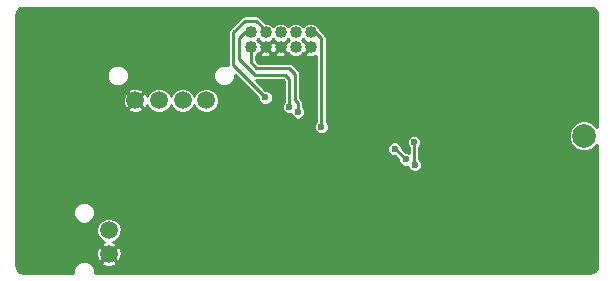
<source format=gbl>
G04 #@! TF.FileFunction,Copper,L2,Bot,Signal*
%FSLAX46Y46*%
G04 Gerber Fmt 4.6, Leading zero omitted, Abs format (unit mm)*
G04 Created by KiCad (PCBNEW 0.201508100901+6080~28~ubuntu14.04.1-product) date Sun 08 Nov 2015 01:10:26 GMT*
%MOMM*%
G01*
G04 APERTURE LIST*
%ADD10C,0.100000*%
%ADD11C,1.500000*%
%ADD12C,1.016000*%
%ADD13C,2.000000*%
%ADD14C,0.600000*%
%ADD15C,0.250000*%
G04 APERTURE END LIST*
D10*
D11*
X89750000Y-111250000D03*
X89750000Y-109250000D03*
X92000000Y-98250000D03*
X94000000Y-98250000D03*
X96000000Y-98250000D03*
X98000000Y-98250000D03*
D12*
X101750000Y-93770000D03*
X101750000Y-92500000D03*
X103020000Y-93770000D03*
X103020000Y-92500000D03*
X104290000Y-93770000D03*
X104290000Y-92500000D03*
X105560000Y-93770000D03*
X105560000Y-92500000D03*
X106830000Y-93770000D03*
X106830000Y-92500000D03*
D13*
X130000000Y-101250000D03*
D14*
X115250000Y-95500000D03*
X115250000Y-93000000D03*
X115250000Y-94250000D03*
X114750000Y-97250000D03*
X117000000Y-97500000D03*
X122550000Y-105600000D03*
X118000000Y-101750000D03*
X118000000Y-103250000D03*
X119500000Y-103250000D03*
X119500000Y-101750000D03*
X118750000Y-102500000D03*
X130700000Y-105900000D03*
X124300000Y-105000000D03*
X127800000Y-105600000D03*
X118000000Y-109500000D03*
X112900000Y-110700000D03*
X107200000Y-112500000D03*
X99500000Y-105800000D03*
X102875000Y-96775000D03*
X107300000Y-107200000D03*
X87500000Y-102300000D03*
X88300000Y-97900000D03*
X98250000Y-100850000D03*
X99700000Y-108100000D03*
X101200000Y-104000000D03*
X101200000Y-102500000D03*
X120600000Y-96600000D03*
X105750000Y-99250000D03*
X107750000Y-100500000D03*
X115600000Y-101800000D03*
X115650000Y-103700000D03*
X113950000Y-102350000D03*
X114900000Y-103250000D03*
X105000000Y-98800000D03*
X103000000Y-98000000D03*
D15*
X118700000Y-102550000D02*
X118700000Y-102600000D01*
X118750000Y-102500000D02*
X118700000Y-102550000D01*
X118000000Y-109500000D02*
X118000000Y-109400000D01*
X98250000Y-100850000D02*
X98300000Y-100900000D01*
X101750000Y-93770000D02*
X101750000Y-95000000D01*
X105750000Y-98500000D02*
X105750000Y-99250000D01*
X105500000Y-98250000D02*
X105750000Y-98500000D01*
X105500000Y-96000000D02*
X105500000Y-98250000D01*
X105000000Y-95500000D02*
X105500000Y-96000000D01*
X102250000Y-95500000D02*
X105000000Y-95500000D01*
X101750000Y-95000000D02*
X102250000Y-95500000D01*
X106830000Y-92500000D02*
X107250000Y-92500000D01*
X107250000Y-92500000D02*
X107750000Y-93000000D01*
X107750000Y-93000000D02*
X107750000Y-100500000D01*
X115600000Y-103650000D02*
X115600000Y-101800000D01*
X115650000Y-103700000D02*
X115600000Y-103650000D01*
X113950000Y-102350000D02*
X114000000Y-102350000D01*
X114000000Y-102350000D02*
X114900000Y-103250000D01*
X100750000Y-94750000D02*
X102100000Y-96100000D01*
X101250000Y-92500000D02*
X100750000Y-93000000D01*
X100750000Y-93000000D02*
X100750000Y-94750000D01*
X105000000Y-96400000D02*
X105000000Y-98800000D01*
X104700000Y-96100000D02*
X105000000Y-96400000D01*
X102100000Y-96100000D02*
X104700000Y-96100000D01*
X101750000Y-92500000D02*
X101250000Y-92500000D01*
X103020000Y-92500000D02*
X103020000Y-92270000D01*
X103020000Y-92270000D02*
X102250000Y-91500000D01*
X102250000Y-91500000D02*
X101250000Y-91500000D01*
X101250000Y-91500000D02*
X100250000Y-92500000D01*
X100250000Y-92500000D02*
X100250000Y-95250000D01*
X100250000Y-95250000D02*
X103000000Y-98000000D01*
G36*
X130726610Y-90452912D02*
X130918723Y-90581277D01*
X131047088Y-90773390D01*
X131100000Y-91039396D01*
X131100000Y-100476451D01*
X130751532Y-100127375D01*
X130264715Y-99925231D01*
X129737598Y-99924771D01*
X129250428Y-100126065D01*
X128877375Y-100498468D01*
X128675231Y-100985285D01*
X128674771Y-101512402D01*
X128876065Y-101999572D01*
X129248468Y-102372625D01*
X129735285Y-102574769D01*
X130262402Y-102575229D01*
X130749572Y-102373935D01*
X131100000Y-102024118D01*
X131100000Y-112210604D01*
X131047088Y-112476610D01*
X130918723Y-112668723D01*
X130726610Y-112797088D01*
X130460604Y-112850000D01*
X88574913Y-112850000D01*
X88575160Y-112566813D01*
X88434634Y-112226714D01*
X88193382Y-111985039D01*
X89050316Y-111985039D01*
X89126145Y-112151195D01*
X89518506Y-112321335D01*
X89946109Y-112328373D01*
X90343857Y-112171239D01*
X90373855Y-112151195D01*
X90449684Y-111985039D01*
X89750000Y-111285355D01*
X89050316Y-111985039D01*
X88193382Y-111985039D01*
X88174655Y-111966280D01*
X87834801Y-111825161D01*
X87466813Y-111824840D01*
X87126714Y-111965366D01*
X86866280Y-112225345D01*
X86725161Y-112565199D01*
X86724913Y-112850000D01*
X82539396Y-112850000D01*
X82273390Y-112797088D01*
X82081277Y-112668723D01*
X81952912Y-112476610D01*
X81900000Y-112210604D01*
X81900000Y-111446109D01*
X88671627Y-111446109D01*
X88828761Y-111843857D01*
X88848805Y-111873855D01*
X89014961Y-111949684D01*
X89714645Y-111250000D01*
X89785355Y-111250000D01*
X90485039Y-111949684D01*
X90651195Y-111873855D01*
X90821335Y-111481494D01*
X90828373Y-111053891D01*
X90671239Y-110656143D01*
X90651195Y-110626145D01*
X90485039Y-110550316D01*
X89785355Y-111250000D01*
X89714645Y-111250000D01*
X89014961Y-110550316D01*
X88848805Y-110626145D01*
X88678665Y-111018506D01*
X88671627Y-111446109D01*
X81900000Y-111446109D01*
X81900000Y-109462893D01*
X88674814Y-109462893D01*
X88838128Y-109858143D01*
X89140267Y-110160809D01*
X89355279Y-110250090D01*
X89156143Y-110328761D01*
X89126145Y-110348805D01*
X89050316Y-110514961D01*
X89750000Y-111214645D01*
X90449684Y-110514961D01*
X90373855Y-110348805D01*
X90145442Y-110249758D01*
X90358143Y-110161872D01*
X90660809Y-109859733D01*
X90824813Y-109464769D01*
X90825186Y-109037107D01*
X90661872Y-108641857D01*
X90359733Y-108339191D01*
X89964769Y-108175187D01*
X89537107Y-108174814D01*
X89141857Y-108338128D01*
X88839191Y-108640267D01*
X88675187Y-109035231D01*
X88674814Y-109462893D01*
X81900000Y-109462893D01*
X81900000Y-107933187D01*
X86724840Y-107933187D01*
X86865366Y-108273286D01*
X87125345Y-108533720D01*
X87465199Y-108674839D01*
X87833187Y-108675160D01*
X88173286Y-108534634D01*
X88433720Y-108274655D01*
X88574839Y-107934801D01*
X88575160Y-107566813D01*
X88434634Y-107226714D01*
X88174655Y-106966280D01*
X87834801Y-106825161D01*
X87466813Y-106824840D01*
X87126714Y-106965366D01*
X86866280Y-107225345D01*
X86725161Y-107565199D01*
X86724840Y-107933187D01*
X81900000Y-107933187D01*
X81900000Y-102473775D01*
X113324892Y-102473775D01*
X113419842Y-102703571D01*
X113595504Y-102879540D01*
X113825134Y-102974891D01*
X113988638Y-102975034D01*
X114274990Y-103261386D01*
X114274892Y-103373775D01*
X114369842Y-103603571D01*
X114545504Y-103779540D01*
X114775134Y-103874891D01*
X115023775Y-103875108D01*
X115042846Y-103867228D01*
X115119842Y-104053571D01*
X115295504Y-104229540D01*
X115525134Y-104324891D01*
X115773775Y-104325108D01*
X116003571Y-104230158D01*
X116179540Y-104054496D01*
X116274891Y-103824866D01*
X116275108Y-103576225D01*
X116180158Y-103346429D01*
X116050000Y-103216044D01*
X116050000Y-102233897D01*
X116129540Y-102154496D01*
X116224891Y-101924866D01*
X116225108Y-101676225D01*
X116130158Y-101446429D01*
X115954496Y-101270460D01*
X115724866Y-101175109D01*
X115476225Y-101174892D01*
X115246429Y-101269842D01*
X115070460Y-101445504D01*
X114975109Y-101675134D01*
X114974892Y-101923775D01*
X115069842Y-102153571D01*
X115150000Y-102233869D01*
X115150000Y-102677069D01*
X115024866Y-102625109D01*
X114911406Y-102625010D01*
X114575054Y-102288658D01*
X114575108Y-102226225D01*
X114480158Y-101996429D01*
X114304496Y-101820460D01*
X114074866Y-101725109D01*
X113826225Y-101724892D01*
X113596429Y-101819842D01*
X113420460Y-101995504D01*
X113325109Y-102225134D01*
X113324892Y-102473775D01*
X81900000Y-102473775D01*
X81900000Y-98985039D01*
X91300316Y-98985039D01*
X91376145Y-99151195D01*
X91768506Y-99321335D01*
X92196109Y-99328373D01*
X92593857Y-99171239D01*
X92623855Y-99151195D01*
X92699684Y-98985039D01*
X92000000Y-98285355D01*
X91300316Y-98985039D01*
X81900000Y-98985039D01*
X81900000Y-98446109D01*
X90921627Y-98446109D01*
X91078761Y-98843857D01*
X91098805Y-98873855D01*
X91264961Y-98949684D01*
X91964645Y-98250000D01*
X92035355Y-98250000D01*
X92735039Y-98949684D01*
X92901195Y-98873855D01*
X93000242Y-98645442D01*
X93088128Y-98858143D01*
X93390267Y-99160809D01*
X93785231Y-99324813D01*
X94212893Y-99325186D01*
X94608143Y-99161872D01*
X94910809Y-98859733D01*
X95000017Y-98644898D01*
X95088128Y-98858143D01*
X95390267Y-99160809D01*
X95785231Y-99324813D01*
X96212893Y-99325186D01*
X96608143Y-99161872D01*
X96910809Y-98859733D01*
X97000017Y-98644898D01*
X97088128Y-98858143D01*
X97390267Y-99160809D01*
X97785231Y-99324813D01*
X98212893Y-99325186D01*
X98608143Y-99161872D01*
X98910809Y-98859733D01*
X99074813Y-98464769D01*
X99075186Y-98037107D01*
X98911872Y-97641857D01*
X98609733Y-97339191D01*
X98214769Y-97175187D01*
X97787107Y-97174814D01*
X97391857Y-97338128D01*
X97089191Y-97640267D01*
X96999983Y-97855102D01*
X96911872Y-97641857D01*
X96609733Y-97339191D01*
X96214769Y-97175187D01*
X95787107Y-97174814D01*
X95391857Y-97338128D01*
X95089191Y-97640267D01*
X94999983Y-97855102D01*
X94911872Y-97641857D01*
X94609733Y-97339191D01*
X94214769Y-97175187D01*
X93787107Y-97174814D01*
X93391857Y-97338128D01*
X93089191Y-97640267D01*
X92999910Y-97855279D01*
X92921239Y-97656143D01*
X92901195Y-97626145D01*
X92735039Y-97550316D01*
X92035355Y-98250000D01*
X91964645Y-98250000D01*
X91264961Y-97550316D01*
X91098805Y-97626145D01*
X90928665Y-98018506D01*
X90921627Y-98446109D01*
X81900000Y-98446109D01*
X81900000Y-97514961D01*
X91300316Y-97514961D01*
X92000000Y-98214645D01*
X92699684Y-97514961D01*
X92623855Y-97348805D01*
X92231494Y-97178665D01*
X91803891Y-97171627D01*
X91406143Y-97328761D01*
X91376145Y-97348805D01*
X91300316Y-97514961D01*
X81900000Y-97514961D01*
X81900000Y-96333187D01*
X89574840Y-96333187D01*
X89715366Y-96673286D01*
X89975345Y-96933720D01*
X90315199Y-97074839D01*
X90683187Y-97075160D01*
X91023286Y-96934634D01*
X91283720Y-96674655D01*
X91424839Y-96334801D01*
X91424840Y-96333187D01*
X98574840Y-96333187D01*
X98715366Y-96673286D01*
X98975345Y-96933720D01*
X99315199Y-97074839D01*
X99683187Y-97075160D01*
X100023286Y-96934634D01*
X100283720Y-96674655D01*
X100424839Y-96334801D01*
X100425077Y-96061473D01*
X102374990Y-98011386D01*
X102374892Y-98123775D01*
X102469842Y-98353571D01*
X102645504Y-98529540D01*
X102875134Y-98624891D01*
X103123775Y-98625108D01*
X103353571Y-98530158D01*
X103529540Y-98354496D01*
X103624891Y-98124866D01*
X103625108Y-97876225D01*
X103530158Y-97646429D01*
X103354496Y-97470460D01*
X103124866Y-97375109D01*
X103011406Y-97375010D01*
X102186396Y-96550000D01*
X104513604Y-96550000D01*
X104550000Y-96586396D01*
X104550000Y-98366103D01*
X104470460Y-98445504D01*
X104375109Y-98675134D01*
X104374892Y-98923775D01*
X104469842Y-99153571D01*
X104645504Y-99329540D01*
X104875134Y-99424891D01*
X105123775Y-99425108D01*
X105142846Y-99417228D01*
X105219842Y-99603571D01*
X105395504Y-99779540D01*
X105625134Y-99874891D01*
X105873775Y-99875108D01*
X106103571Y-99780158D01*
X106279540Y-99604496D01*
X106374891Y-99374866D01*
X106375108Y-99126225D01*
X106280158Y-98896429D01*
X106200000Y-98816131D01*
X106200000Y-98500000D01*
X106165746Y-98327792D01*
X106068198Y-98181802D01*
X105950000Y-98063604D01*
X105950000Y-96000000D01*
X105915746Y-95827792D01*
X105818198Y-95681802D01*
X105318198Y-95181802D01*
X105303838Y-95172207D01*
X105172208Y-95084254D01*
X105000000Y-95050000D01*
X102436396Y-95050000D01*
X102200000Y-94813604D01*
X102200000Y-94485370D01*
X102221240Y-94476594D01*
X102367591Y-94330497D01*
X102494859Y-94330497D01*
X102541224Y-94471510D01*
X102846125Y-94601330D01*
X103177497Y-94604588D01*
X103484892Y-94480787D01*
X103498776Y-94471510D01*
X103545141Y-94330497D01*
X103764859Y-94330497D01*
X103811224Y-94471510D01*
X104116125Y-94601330D01*
X104447497Y-94604588D01*
X104754892Y-94480787D01*
X104768776Y-94471510D01*
X104815141Y-94330497D01*
X104290000Y-93805355D01*
X103764859Y-94330497D01*
X103545141Y-94330497D01*
X103020000Y-93805355D01*
X102494859Y-94330497D01*
X102367591Y-94330497D01*
X102417007Y-94281168D01*
X102459503Y-94295141D01*
X102984645Y-93770000D01*
X103055355Y-93770000D01*
X103580497Y-94295141D01*
X103655000Y-94270644D01*
X103729503Y-94295141D01*
X104254645Y-93770000D01*
X103729503Y-93244859D01*
X103655000Y-93269356D01*
X103580497Y-93244859D01*
X103055355Y-93770000D01*
X102984645Y-93770000D01*
X102459503Y-93244859D01*
X102416802Y-93258899D01*
X102293039Y-93134920D01*
X102385080Y-93043039D01*
X102508832Y-93167007D01*
X102494859Y-93209503D01*
X103020000Y-93734645D01*
X103545141Y-93209503D01*
X103531101Y-93166802D01*
X103655080Y-93043039D01*
X103778832Y-93167007D01*
X103764859Y-93209503D01*
X104290000Y-93734645D01*
X104815141Y-93209503D01*
X104801101Y-93166802D01*
X104925080Y-93043039D01*
X105016961Y-93135080D01*
X104892993Y-93258832D01*
X104850497Y-93244859D01*
X104325355Y-93770000D01*
X104850497Y-94295141D01*
X104893198Y-94281101D01*
X105087528Y-94475771D01*
X105393579Y-94602855D01*
X105724967Y-94603144D01*
X106031240Y-94476594D01*
X106227007Y-94281168D01*
X106269503Y-94295141D01*
X106794645Y-93770000D01*
X106269503Y-93244859D01*
X106226802Y-93258899D01*
X106103039Y-93134920D01*
X106195080Y-93043039D01*
X106318832Y-93167007D01*
X106304859Y-93209503D01*
X106830000Y-93734645D01*
X106844142Y-93720502D01*
X106879498Y-93755858D01*
X106865355Y-93770000D01*
X106879498Y-93784142D01*
X106844142Y-93819498D01*
X106830000Y-93805355D01*
X106304859Y-94330497D01*
X106351224Y-94471510D01*
X106656125Y-94601330D01*
X106987497Y-94604588D01*
X107294892Y-94480787D01*
X107300000Y-94477374D01*
X107300000Y-100066103D01*
X107220460Y-100145504D01*
X107125109Y-100375134D01*
X107124892Y-100623775D01*
X107219842Y-100853571D01*
X107395504Y-101029540D01*
X107625134Y-101124891D01*
X107873775Y-101125108D01*
X108103571Y-101030158D01*
X108279540Y-100854496D01*
X108374891Y-100624866D01*
X108375108Y-100376225D01*
X108280158Y-100146429D01*
X108200000Y-100066131D01*
X108200000Y-93000000D01*
X108165746Y-92827792D01*
X108068198Y-92681802D01*
X107622103Y-92235707D01*
X107536594Y-92028760D01*
X107302472Y-91794229D01*
X106996421Y-91667145D01*
X106665033Y-91666856D01*
X106358760Y-91793406D01*
X106194920Y-91956961D01*
X106032472Y-91794229D01*
X105726421Y-91667145D01*
X105395033Y-91666856D01*
X105088760Y-91793406D01*
X104924920Y-91956961D01*
X104762472Y-91794229D01*
X104456421Y-91667145D01*
X104125033Y-91666856D01*
X103818760Y-91793406D01*
X103654920Y-91956961D01*
X103492472Y-91794229D01*
X103186421Y-91667145D01*
X103053425Y-91667029D01*
X102568198Y-91181802D01*
X102422208Y-91084254D01*
X102250000Y-91050000D01*
X101250000Y-91050000D01*
X101077793Y-91084253D01*
X100931802Y-91181802D01*
X99931802Y-92181802D01*
X99834254Y-92327792D01*
X99800000Y-92500000D01*
X99800000Y-95250000D01*
X99804986Y-95275066D01*
X99684801Y-95225161D01*
X99316813Y-95224840D01*
X98976714Y-95365366D01*
X98716280Y-95625345D01*
X98575161Y-95965199D01*
X98574840Y-96333187D01*
X91424840Y-96333187D01*
X91425160Y-95966813D01*
X91284634Y-95626714D01*
X91024655Y-95366280D01*
X90684801Y-95225161D01*
X90316813Y-95224840D01*
X89976714Y-95365366D01*
X89716280Y-95625345D01*
X89575161Y-95965199D01*
X89574840Y-96333187D01*
X81900000Y-96333187D01*
X81900000Y-91039396D01*
X81952912Y-90773390D01*
X82081277Y-90581277D01*
X82273390Y-90452912D01*
X82539396Y-90400000D01*
X130460604Y-90400000D01*
X130726610Y-90452912D01*
X130726610Y-90452912D01*
G37*
X130726610Y-90452912D02*
X130918723Y-90581277D01*
X131047088Y-90773390D01*
X131100000Y-91039396D01*
X131100000Y-100476451D01*
X130751532Y-100127375D01*
X130264715Y-99925231D01*
X129737598Y-99924771D01*
X129250428Y-100126065D01*
X128877375Y-100498468D01*
X128675231Y-100985285D01*
X128674771Y-101512402D01*
X128876065Y-101999572D01*
X129248468Y-102372625D01*
X129735285Y-102574769D01*
X130262402Y-102575229D01*
X130749572Y-102373935D01*
X131100000Y-102024118D01*
X131100000Y-112210604D01*
X131047088Y-112476610D01*
X130918723Y-112668723D01*
X130726610Y-112797088D01*
X130460604Y-112850000D01*
X88574913Y-112850000D01*
X88575160Y-112566813D01*
X88434634Y-112226714D01*
X88193382Y-111985039D01*
X89050316Y-111985039D01*
X89126145Y-112151195D01*
X89518506Y-112321335D01*
X89946109Y-112328373D01*
X90343857Y-112171239D01*
X90373855Y-112151195D01*
X90449684Y-111985039D01*
X89750000Y-111285355D01*
X89050316Y-111985039D01*
X88193382Y-111985039D01*
X88174655Y-111966280D01*
X87834801Y-111825161D01*
X87466813Y-111824840D01*
X87126714Y-111965366D01*
X86866280Y-112225345D01*
X86725161Y-112565199D01*
X86724913Y-112850000D01*
X82539396Y-112850000D01*
X82273390Y-112797088D01*
X82081277Y-112668723D01*
X81952912Y-112476610D01*
X81900000Y-112210604D01*
X81900000Y-111446109D01*
X88671627Y-111446109D01*
X88828761Y-111843857D01*
X88848805Y-111873855D01*
X89014961Y-111949684D01*
X89714645Y-111250000D01*
X89785355Y-111250000D01*
X90485039Y-111949684D01*
X90651195Y-111873855D01*
X90821335Y-111481494D01*
X90828373Y-111053891D01*
X90671239Y-110656143D01*
X90651195Y-110626145D01*
X90485039Y-110550316D01*
X89785355Y-111250000D01*
X89714645Y-111250000D01*
X89014961Y-110550316D01*
X88848805Y-110626145D01*
X88678665Y-111018506D01*
X88671627Y-111446109D01*
X81900000Y-111446109D01*
X81900000Y-109462893D01*
X88674814Y-109462893D01*
X88838128Y-109858143D01*
X89140267Y-110160809D01*
X89355279Y-110250090D01*
X89156143Y-110328761D01*
X89126145Y-110348805D01*
X89050316Y-110514961D01*
X89750000Y-111214645D01*
X90449684Y-110514961D01*
X90373855Y-110348805D01*
X90145442Y-110249758D01*
X90358143Y-110161872D01*
X90660809Y-109859733D01*
X90824813Y-109464769D01*
X90825186Y-109037107D01*
X90661872Y-108641857D01*
X90359733Y-108339191D01*
X89964769Y-108175187D01*
X89537107Y-108174814D01*
X89141857Y-108338128D01*
X88839191Y-108640267D01*
X88675187Y-109035231D01*
X88674814Y-109462893D01*
X81900000Y-109462893D01*
X81900000Y-107933187D01*
X86724840Y-107933187D01*
X86865366Y-108273286D01*
X87125345Y-108533720D01*
X87465199Y-108674839D01*
X87833187Y-108675160D01*
X88173286Y-108534634D01*
X88433720Y-108274655D01*
X88574839Y-107934801D01*
X88575160Y-107566813D01*
X88434634Y-107226714D01*
X88174655Y-106966280D01*
X87834801Y-106825161D01*
X87466813Y-106824840D01*
X87126714Y-106965366D01*
X86866280Y-107225345D01*
X86725161Y-107565199D01*
X86724840Y-107933187D01*
X81900000Y-107933187D01*
X81900000Y-102473775D01*
X113324892Y-102473775D01*
X113419842Y-102703571D01*
X113595504Y-102879540D01*
X113825134Y-102974891D01*
X113988638Y-102975034D01*
X114274990Y-103261386D01*
X114274892Y-103373775D01*
X114369842Y-103603571D01*
X114545504Y-103779540D01*
X114775134Y-103874891D01*
X115023775Y-103875108D01*
X115042846Y-103867228D01*
X115119842Y-104053571D01*
X115295504Y-104229540D01*
X115525134Y-104324891D01*
X115773775Y-104325108D01*
X116003571Y-104230158D01*
X116179540Y-104054496D01*
X116274891Y-103824866D01*
X116275108Y-103576225D01*
X116180158Y-103346429D01*
X116050000Y-103216044D01*
X116050000Y-102233897D01*
X116129540Y-102154496D01*
X116224891Y-101924866D01*
X116225108Y-101676225D01*
X116130158Y-101446429D01*
X115954496Y-101270460D01*
X115724866Y-101175109D01*
X115476225Y-101174892D01*
X115246429Y-101269842D01*
X115070460Y-101445504D01*
X114975109Y-101675134D01*
X114974892Y-101923775D01*
X115069842Y-102153571D01*
X115150000Y-102233869D01*
X115150000Y-102677069D01*
X115024866Y-102625109D01*
X114911406Y-102625010D01*
X114575054Y-102288658D01*
X114575108Y-102226225D01*
X114480158Y-101996429D01*
X114304496Y-101820460D01*
X114074866Y-101725109D01*
X113826225Y-101724892D01*
X113596429Y-101819842D01*
X113420460Y-101995504D01*
X113325109Y-102225134D01*
X113324892Y-102473775D01*
X81900000Y-102473775D01*
X81900000Y-98985039D01*
X91300316Y-98985039D01*
X91376145Y-99151195D01*
X91768506Y-99321335D01*
X92196109Y-99328373D01*
X92593857Y-99171239D01*
X92623855Y-99151195D01*
X92699684Y-98985039D01*
X92000000Y-98285355D01*
X91300316Y-98985039D01*
X81900000Y-98985039D01*
X81900000Y-98446109D01*
X90921627Y-98446109D01*
X91078761Y-98843857D01*
X91098805Y-98873855D01*
X91264961Y-98949684D01*
X91964645Y-98250000D01*
X92035355Y-98250000D01*
X92735039Y-98949684D01*
X92901195Y-98873855D01*
X93000242Y-98645442D01*
X93088128Y-98858143D01*
X93390267Y-99160809D01*
X93785231Y-99324813D01*
X94212893Y-99325186D01*
X94608143Y-99161872D01*
X94910809Y-98859733D01*
X95000017Y-98644898D01*
X95088128Y-98858143D01*
X95390267Y-99160809D01*
X95785231Y-99324813D01*
X96212893Y-99325186D01*
X96608143Y-99161872D01*
X96910809Y-98859733D01*
X97000017Y-98644898D01*
X97088128Y-98858143D01*
X97390267Y-99160809D01*
X97785231Y-99324813D01*
X98212893Y-99325186D01*
X98608143Y-99161872D01*
X98910809Y-98859733D01*
X99074813Y-98464769D01*
X99075186Y-98037107D01*
X98911872Y-97641857D01*
X98609733Y-97339191D01*
X98214769Y-97175187D01*
X97787107Y-97174814D01*
X97391857Y-97338128D01*
X97089191Y-97640267D01*
X96999983Y-97855102D01*
X96911872Y-97641857D01*
X96609733Y-97339191D01*
X96214769Y-97175187D01*
X95787107Y-97174814D01*
X95391857Y-97338128D01*
X95089191Y-97640267D01*
X94999983Y-97855102D01*
X94911872Y-97641857D01*
X94609733Y-97339191D01*
X94214769Y-97175187D01*
X93787107Y-97174814D01*
X93391857Y-97338128D01*
X93089191Y-97640267D01*
X92999910Y-97855279D01*
X92921239Y-97656143D01*
X92901195Y-97626145D01*
X92735039Y-97550316D01*
X92035355Y-98250000D01*
X91964645Y-98250000D01*
X91264961Y-97550316D01*
X91098805Y-97626145D01*
X90928665Y-98018506D01*
X90921627Y-98446109D01*
X81900000Y-98446109D01*
X81900000Y-97514961D01*
X91300316Y-97514961D01*
X92000000Y-98214645D01*
X92699684Y-97514961D01*
X92623855Y-97348805D01*
X92231494Y-97178665D01*
X91803891Y-97171627D01*
X91406143Y-97328761D01*
X91376145Y-97348805D01*
X91300316Y-97514961D01*
X81900000Y-97514961D01*
X81900000Y-96333187D01*
X89574840Y-96333187D01*
X89715366Y-96673286D01*
X89975345Y-96933720D01*
X90315199Y-97074839D01*
X90683187Y-97075160D01*
X91023286Y-96934634D01*
X91283720Y-96674655D01*
X91424839Y-96334801D01*
X91424840Y-96333187D01*
X98574840Y-96333187D01*
X98715366Y-96673286D01*
X98975345Y-96933720D01*
X99315199Y-97074839D01*
X99683187Y-97075160D01*
X100023286Y-96934634D01*
X100283720Y-96674655D01*
X100424839Y-96334801D01*
X100425077Y-96061473D01*
X102374990Y-98011386D01*
X102374892Y-98123775D01*
X102469842Y-98353571D01*
X102645504Y-98529540D01*
X102875134Y-98624891D01*
X103123775Y-98625108D01*
X103353571Y-98530158D01*
X103529540Y-98354496D01*
X103624891Y-98124866D01*
X103625108Y-97876225D01*
X103530158Y-97646429D01*
X103354496Y-97470460D01*
X103124866Y-97375109D01*
X103011406Y-97375010D01*
X102186396Y-96550000D01*
X104513604Y-96550000D01*
X104550000Y-96586396D01*
X104550000Y-98366103D01*
X104470460Y-98445504D01*
X104375109Y-98675134D01*
X104374892Y-98923775D01*
X104469842Y-99153571D01*
X104645504Y-99329540D01*
X104875134Y-99424891D01*
X105123775Y-99425108D01*
X105142846Y-99417228D01*
X105219842Y-99603571D01*
X105395504Y-99779540D01*
X105625134Y-99874891D01*
X105873775Y-99875108D01*
X106103571Y-99780158D01*
X106279540Y-99604496D01*
X106374891Y-99374866D01*
X106375108Y-99126225D01*
X106280158Y-98896429D01*
X106200000Y-98816131D01*
X106200000Y-98500000D01*
X106165746Y-98327792D01*
X106068198Y-98181802D01*
X105950000Y-98063604D01*
X105950000Y-96000000D01*
X105915746Y-95827792D01*
X105818198Y-95681802D01*
X105318198Y-95181802D01*
X105303838Y-95172207D01*
X105172208Y-95084254D01*
X105000000Y-95050000D01*
X102436396Y-95050000D01*
X102200000Y-94813604D01*
X102200000Y-94485370D01*
X102221240Y-94476594D01*
X102367591Y-94330497D01*
X102494859Y-94330497D01*
X102541224Y-94471510D01*
X102846125Y-94601330D01*
X103177497Y-94604588D01*
X103484892Y-94480787D01*
X103498776Y-94471510D01*
X103545141Y-94330497D01*
X103764859Y-94330497D01*
X103811224Y-94471510D01*
X104116125Y-94601330D01*
X104447497Y-94604588D01*
X104754892Y-94480787D01*
X104768776Y-94471510D01*
X104815141Y-94330497D01*
X104290000Y-93805355D01*
X103764859Y-94330497D01*
X103545141Y-94330497D01*
X103020000Y-93805355D01*
X102494859Y-94330497D01*
X102367591Y-94330497D01*
X102417007Y-94281168D01*
X102459503Y-94295141D01*
X102984645Y-93770000D01*
X103055355Y-93770000D01*
X103580497Y-94295141D01*
X103655000Y-94270644D01*
X103729503Y-94295141D01*
X104254645Y-93770000D01*
X103729503Y-93244859D01*
X103655000Y-93269356D01*
X103580497Y-93244859D01*
X103055355Y-93770000D01*
X102984645Y-93770000D01*
X102459503Y-93244859D01*
X102416802Y-93258899D01*
X102293039Y-93134920D01*
X102385080Y-93043039D01*
X102508832Y-93167007D01*
X102494859Y-93209503D01*
X103020000Y-93734645D01*
X103545141Y-93209503D01*
X103531101Y-93166802D01*
X103655080Y-93043039D01*
X103778832Y-93167007D01*
X103764859Y-93209503D01*
X104290000Y-93734645D01*
X104815141Y-93209503D01*
X104801101Y-93166802D01*
X104925080Y-93043039D01*
X105016961Y-93135080D01*
X104892993Y-93258832D01*
X104850497Y-93244859D01*
X104325355Y-93770000D01*
X104850497Y-94295141D01*
X104893198Y-94281101D01*
X105087528Y-94475771D01*
X105393579Y-94602855D01*
X105724967Y-94603144D01*
X106031240Y-94476594D01*
X106227007Y-94281168D01*
X106269503Y-94295141D01*
X106794645Y-93770000D01*
X106269503Y-93244859D01*
X106226802Y-93258899D01*
X106103039Y-93134920D01*
X106195080Y-93043039D01*
X106318832Y-93167007D01*
X106304859Y-93209503D01*
X106830000Y-93734645D01*
X106844142Y-93720502D01*
X106879498Y-93755858D01*
X106865355Y-93770000D01*
X106879498Y-93784142D01*
X106844142Y-93819498D01*
X106830000Y-93805355D01*
X106304859Y-94330497D01*
X106351224Y-94471510D01*
X106656125Y-94601330D01*
X106987497Y-94604588D01*
X107294892Y-94480787D01*
X107300000Y-94477374D01*
X107300000Y-100066103D01*
X107220460Y-100145504D01*
X107125109Y-100375134D01*
X107124892Y-100623775D01*
X107219842Y-100853571D01*
X107395504Y-101029540D01*
X107625134Y-101124891D01*
X107873775Y-101125108D01*
X108103571Y-101030158D01*
X108279540Y-100854496D01*
X108374891Y-100624866D01*
X108375108Y-100376225D01*
X108280158Y-100146429D01*
X108200000Y-100066131D01*
X108200000Y-93000000D01*
X108165746Y-92827792D01*
X108068198Y-92681802D01*
X107622103Y-92235707D01*
X107536594Y-92028760D01*
X107302472Y-91794229D01*
X106996421Y-91667145D01*
X106665033Y-91666856D01*
X106358760Y-91793406D01*
X106194920Y-91956961D01*
X106032472Y-91794229D01*
X105726421Y-91667145D01*
X105395033Y-91666856D01*
X105088760Y-91793406D01*
X104924920Y-91956961D01*
X104762472Y-91794229D01*
X104456421Y-91667145D01*
X104125033Y-91666856D01*
X103818760Y-91793406D01*
X103654920Y-91956961D01*
X103492472Y-91794229D01*
X103186421Y-91667145D01*
X103053425Y-91667029D01*
X102568198Y-91181802D01*
X102422208Y-91084254D01*
X102250000Y-91050000D01*
X101250000Y-91050000D01*
X101077793Y-91084253D01*
X100931802Y-91181802D01*
X99931802Y-92181802D01*
X99834254Y-92327792D01*
X99800000Y-92500000D01*
X99800000Y-95250000D01*
X99804986Y-95275066D01*
X99684801Y-95225161D01*
X99316813Y-95224840D01*
X98976714Y-95365366D01*
X98716280Y-95625345D01*
X98575161Y-95965199D01*
X98574840Y-96333187D01*
X91424840Y-96333187D01*
X91425160Y-95966813D01*
X91284634Y-95626714D01*
X91024655Y-95366280D01*
X90684801Y-95225161D01*
X90316813Y-95224840D01*
X89976714Y-95365366D01*
X89716280Y-95625345D01*
X89575161Y-95965199D01*
X89574840Y-96333187D01*
X81900000Y-96333187D01*
X81900000Y-91039396D01*
X81952912Y-90773390D01*
X82081277Y-90581277D01*
X82273390Y-90452912D01*
X82539396Y-90400000D01*
X130460604Y-90400000D01*
X130726610Y-90452912D01*
M02*

</source>
